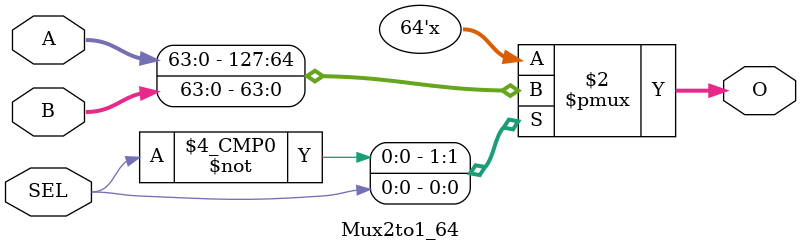
<source format=sv>
`timescale 1ns / 1ps


module Mux2to1_64(O,A,B,SEL);
parameter k=64;
input [k-1:0]A,B;
input SEL;
output [k-1:0]O;
reg [k-1:0]O;

always @(*) begin
    case(SEL)
        1'b0: O=A;
        1'b1: O=B;        
    endcase

end


endmodule

</source>
